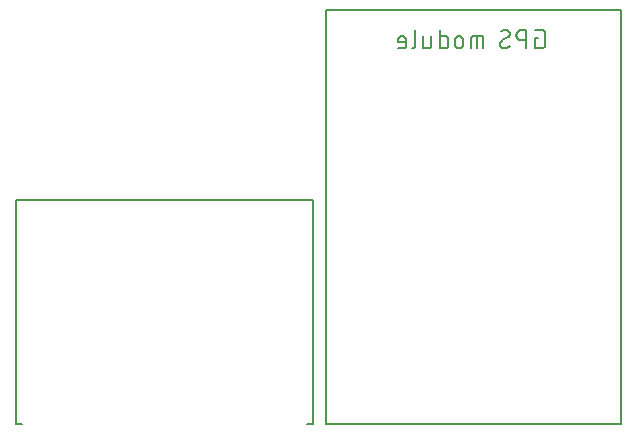
<source format=gbr>
G04 EAGLE Gerber RS-274X export*
G75*
%MOMM*%
%FSLAX34Y34*%
%LPD*%
%INSilkscreen Bottom*%
%IPPOS*%
%AMOC8*
5,1,8,0,0,1.08239X$1,22.5*%
G01*
%ADD10C,0.127000*%


D10*
X341674Y88822D02*
X336594Y88822D01*
X336594Y278052D01*
X582974Y88822D02*
X588054Y88822D01*
X588054Y278052D01*
X336594Y278052D01*
X599056Y88672D02*
X849056Y88672D01*
X599056Y88672D02*
X599056Y438672D01*
X849056Y438672D01*
X849056Y88672D01*
X778896Y415415D02*
X776313Y415415D01*
X776313Y406807D01*
X781478Y406807D01*
X781593Y406809D01*
X781708Y406815D01*
X781823Y406824D01*
X781937Y406838D01*
X782051Y406855D01*
X782164Y406876D01*
X782276Y406901D01*
X782388Y406929D01*
X782498Y406962D01*
X782607Y406998D01*
X782715Y407037D01*
X782822Y407080D01*
X782927Y407127D01*
X783031Y407177D01*
X783133Y407231D01*
X783233Y407288D01*
X783331Y407348D01*
X783427Y407411D01*
X783520Y407478D01*
X783612Y407548D01*
X783701Y407621D01*
X783788Y407697D01*
X783872Y407775D01*
X783953Y407856D01*
X784032Y407941D01*
X784107Y408027D01*
X784180Y408116D01*
X784250Y408208D01*
X784317Y408301D01*
X784380Y408397D01*
X784440Y408495D01*
X784497Y408595D01*
X784551Y408697D01*
X784601Y408801D01*
X784648Y408906D01*
X784691Y409013D01*
X784731Y409121D01*
X784766Y409230D01*
X784799Y409340D01*
X784827Y409452D01*
X784852Y409564D01*
X784873Y409677D01*
X784890Y409791D01*
X784904Y409905D01*
X784913Y410020D01*
X784919Y410135D01*
X784921Y410250D01*
X784921Y418858D01*
X784919Y418973D01*
X784913Y419088D01*
X784904Y419203D01*
X784890Y419317D01*
X784873Y419431D01*
X784852Y419544D01*
X784827Y419656D01*
X784799Y419768D01*
X784766Y419878D01*
X784731Y419987D01*
X784691Y420095D01*
X784648Y420202D01*
X784601Y420307D01*
X784551Y420411D01*
X784497Y420513D01*
X784440Y420613D01*
X784380Y420711D01*
X784317Y420807D01*
X784250Y420900D01*
X784180Y420992D01*
X784107Y421081D01*
X784032Y421167D01*
X783953Y421252D01*
X783872Y421333D01*
X783788Y421411D01*
X783701Y421487D01*
X783612Y421560D01*
X783520Y421630D01*
X783427Y421697D01*
X783331Y421760D01*
X783233Y421820D01*
X783133Y421877D01*
X783031Y421931D01*
X782927Y421981D01*
X782822Y422028D01*
X782715Y422071D01*
X782607Y422110D01*
X782498Y422146D01*
X782388Y422179D01*
X782276Y422207D01*
X782164Y422232D01*
X782051Y422253D01*
X781937Y422270D01*
X781823Y422284D01*
X781708Y422293D01*
X781593Y422299D01*
X781478Y422301D01*
X776313Y422301D01*
X768867Y422301D02*
X768867Y406807D01*
X768867Y422301D02*
X764563Y422301D01*
X764433Y422299D01*
X764303Y422293D01*
X764173Y422283D01*
X764044Y422270D01*
X763915Y422252D01*
X763787Y422231D01*
X763660Y422205D01*
X763533Y422176D01*
X763407Y422143D01*
X763283Y422106D01*
X763159Y422066D01*
X763037Y422021D01*
X762916Y421973D01*
X762797Y421922D01*
X762679Y421867D01*
X762563Y421808D01*
X762449Y421746D01*
X762336Y421680D01*
X762226Y421611D01*
X762118Y421539D01*
X762012Y421464D01*
X761909Y421385D01*
X761808Y421303D01*
X761709Y421219D01*
X761613Y421131D01*
X761520Y421040D01*
X761429Y420947D01*
X761341Y420851D01*
X761257Y420752D01*
X761175Y420651D01*
X761096Y420548D01*
X761021Y420442D01*
X760949Y420334D01*
X760880Y420224D01*
X760814Y420111D01*
X760752Y419997D01*
X760693Y419881D01*
X760638Y419763D01*
X760587Y419644D01*
X760539Y419523D01*
X760494Y419401D01*
X760454Y419277D01*
X760417Y419153D01*
X760384Y419027D01*
X760355Y418900D01*
X760329Y418773D01*
X760308Y418645D01*
X760290Y418516D01*
X760277Y418387D01*
X760267Y418257D01*
X760261Y418127D01*
X760259Y417997D01*
X760261Y417867D01*
X760267Y417737D01*
X760277Y417607D01*
X760290Y417478D01*
X760308Y417349D01*
X760329Y417221D01*
X760355Y417094D01*
X760384Y416967D01*
X760417Y416841D01*
X760454Y416717D01*
X760494Y416593D01*
X760539Y416471D01*
X760587Y416350D01*
X760638Y416231D01*
X760693Y416113D01*
X760752Y415997D01*
X760814Y415883D01*
X760880Y415770D01*
X760949Y415660D01*
X761021Y415552D01*
X761096Y415446D01*
X761175Y415343D01*
X761257Y415242D01*
X761341Y415143D01*
X761429Y415047D01*
X761520Y414954D01*
X761613Y414863D01*
X761709Y414775D01*
X761808Y414691D01*
X761909Y414609D01*
X762012Y414530D01*
X762118Y414455D01*
X762226Y414383D01*
X762336Y414314D01*
X762449Y414248D01*
X762563Y414186D01*
X762679Y414127D01*
X762797Y414072D01*
X762916Y414021D01*
X763037Y413973D01*
X763159Y413928D01*
X763283Y413888D01*
X763407Y413851D01*
X763533Y413818D01*
X763660Y413789D01*
X763787Y413763D01*
X763915Y413742D01*
X764044Y413724D01*
X764173Y413711D01*
X764303Y413701D01*
X764433Y413695D01*
X764563Y413693D01*
X768867Y413693D01*
X750025Y406807D02*
X749910Y406809D01*
X749795Y406815D01*
X749680Y406824D01*
X749566Y406838D01*
X749452Y406855D01*
X749339Y406876D01*
X749227Y406901D01*
X749115Y406929D01*
X749005Y406962D01*
X748896Y406998D01*
X748788Y407037D01*
X748681Y407080D01*
X748576Y407127D01*
X748472Y407177D01*
X748370Y407231D01*
X748270Y407288D01*
X748172Y407348D01*
X748076Y407411D01*
X747983Y407478D01*
X747891Y407548D01*
X747802Y407621D01*
X747715Y407696D01*
X747631Y407775D01*
X747550Y407856D01*
X747471Y407940D01*
X747396Y408027D01*
X747323Y408116D01*
X747253Y408208D01*
X747186Y408301D01*
X747123Y408397D01*
X747063Y408495D01*
X747006Y408595D01*
X746952Y408697D01*
X746902Y408801D01*
X746855Y408906D01*
X746812Y409013D01*
X746773Y409121D01*
X746737Y409230D01*
X746704Y409340D01*
X746676Y409452D01*
X746651Y409564D01*
X746630Y409677D01*
X746613Y409791D01*
X746599Y409905D01*
X746590Y410020D01*
X746584Y410135D01*
X746582Y410250D01*
X750025Y406807D02*
X750199Y406809D01*
X750373Y406815D01*
X750547Y406826D01*
X750720Y406840D01*
X750893Y406859D01*
X751066Y406882D01*
X751238Y406909D01*
X751409Y406940D01*
X751579Y406975D01*
X751749Y407014D01*
X751917Y407057D01*
X752085Y407105D01*
X752251Y407156D01*
X752416Y407211D01*
X752580Y407270D01*
X752742Y407334D01*
X752903Y407400D01*
X753062Y407471D01*
X753219Y407546D01*
X753375Y407624D01*
X753528Y407706D01*
X753680Y407792D01*
X753829Y407881D01*
X753976Y407974D01*
X754121Y408070D01*
X754264Y408170D01*
X754404Y408273D01*
X754542Y408379D01*
X754677Y408489D01*
X754809Y408602D01*
X754939Y408718D01*
X755066Y408837D01*
X755190Y408959D01*
X754759Y418858D02*
X754757Y418973D01*
X754751Y419088D01*
X754742Y419203D01*
X754728Y419317D01*
X754711Y419431D01*
X754690Y419544D01*
X754665Y419656D01*
X754637Y419768D01*
X754604Y419878D01*
X754568Y419987D01*
X754529Y420095D01*
X754486Y420202D01*
X754439Y420307D01*
X754389Y420411D01*
X754335Y420513D01*
X754278Y420613D01*
X754218Y420711D01*
X754155Y420807D01*
X754088Y420900D01*
X754018Y420992D01*
X753945Y421081D01*
X753870Y421168D01*
X753791Y421252D01*
X753710Y421333D01*
X753626Y421412D01*
X753539Y421487D01*
X753450Y421560D01*
X753358Y421630D01*
X753265Y421697D01*
X753169Y421760D01*
X753071Y421820D01*
X752971Y421877D01*
X752869Y421931D01*
X752765Y421981D01*
X752660Y422028D01*
X752553Y422071D01*
X752445Y422110D01*
X752336Y422146D01*
X752226Y422179D01*
X752114Y422207D01*
X752002Y422232D01*
X751889Y422253D01*
X751775Y422270D01*
X751661Y422284D01*
X751546Y422293D01*
X751431Y422299D01*
X751316Y422301D01*
X751156Y422299D01*
X750997Y422293D01*
X750837Y422283D01*
X750678Y422269D01*
X750519Y422252D01*
X750361Y422230D01*
X750203Y422204D01*
X750046Y422175D01*
X749890Y422141D01*
X749734Y422104D01*
X749580Y422063D01*
X749427Y422018D01*
X749274Y421970D01*
X749123Y421917D01*
X748974Y421861D01*
X748826Y421801D01*
X748679Y421738D01*
X748534Y421671D01*
X748391Y421600D01*
X748249Y421526D01*
X748109Y421448D01*
X747972Y421367D01*
X747836Y421283D01*
X747703Y421195D01*
X747571Y421104D01*
X747442Y421010D01*
X753037Y415845D02*
X753137Y415906D01*
X753235Y415971D01*
X753331Y416038D01*
X753424Y416109D01*
X753515Y416183D01*
X753603Y416260D01*
X753689Y416340D01*
X753772Y416423D01*
X753852Y416508D01*
X753929Y416596D01*
X754003Y416687D01*
X754074Y416780D01*
X754143Y416875D01*
X754207Y416973D01*
X754269Y417072D01*
X754327Y417174D01*
X754382Y417278D01*
X754433Y417383D01*
X754480Y417490D01*
X754524Y417599D01*
X754565Y417709D01*
X754601Y417820D01*
X754634Y417932D01*
X754663Y418046D01*
X754689Y418160D01*
X754710Y418275D01*
X754728Y418391D01*
X754741Y418507D01*
X754751Y418624D01*
X754757Y418741D01*
X754759Y418858D01*
X748304Y413263D02*
X748204Y413202D01*
X748106Y413137D01*
X748010Y413070D01*
X747917Y412999D01*
X747826Y412925D01*
X747738Y412848D01*
X747652Y412768D01*
X747569Y412685D01*
X747489Y412600D01*
X747412Y412512D01*
X747338Y412421D01*
X747267Y412328D01*
X747199Y412233D01*
X747134Y412135D01*
X747072Y412036D01*
X747014Y411934D01*
X746959Y411830D01*
X746908Y411725D01*
X746861Y411618D01*
X746817Y411509D01*
X746776Y411399D01*
X746740Y411288D01*
X746707Y411176D01*
X746678Y411062D01*
X746652Y410948D01*
X746631Y410833D01*
X746613Y410717D01*
X746600Y410601D01*
X746590Y410484D01*
X746584Y410367D01*
X746582Y410250D01*
X748303Y413263D02*
X753038Y415845D01*
X732265Y417136D02*
X732265Y406807D01*
X732265Y417136D02*
X724518Y417136D01*
X724419Y417134D01*
X724320Y417128D01*
X724222Y417119D01*
X724124Y417106D01*
X724026Y417089D01*
X723930Y417068D01*
X723834Y417044D01*
X723739Y417016D01*
X723645Y416984D01*
X723553Y416949D01*
X723462Y416910D01*
X723372Y416868D01*
X723285Y416822D01*
X723199Y416773D01*
X723115Y416721D01*
X723033Y416666D01*
X722953Y416607D01*
X722875Y416546D01*
X722800Y416482D01*
X722728Y416414D01*
X722658Y416344D01*
X722590Y416272D01*
X722526Y416197D01*
X722465Y416119D01*
X722406Y416039D01*
X722351Y415957D01*
X722299Y415873D01*
X722250Y415787D01*
X722204Y415700D01*
X722162Y415610D01*
X722123Y415519D01*
X722088Y415427D01*
X722056Y415333D01*
X722028Y415238D01*
X722004Y415142D01*
X721983Y415046D01*
X721966Y414948D01*
X721953Y414850D01*
X721944Y414752D01*
X721938Y414653D01*
X721936Y414554D01*
X721936Y406807D01*
X727100Y406807D02*
X727100Y417136D01*
X715182Y413693D02*
X715182Y410250D01*
X715182Y413693D02*
X715180Y413809D01*
X715174Y413925D01*
X715164Y414041D01*
X715151Y414157D01*
X715133Y414272D01*
X715112Y414386D01*
X715086Y414500D01*
X715057Y414612D01*
X715024Y414724D01*
X714987Y414834D01*
X714947Y414943D01*
X714903Y415051D01*
X714855Y415157D01*
X714804Y415261D01*
X714749Y415364D01*
X714691Y415465D01*
X714630Y415563D01*
X714565Y415660D01*
X714497Y415754D01*
X714426Y415846D01*
X714351Y415936D01*
X714274Y416023D01*
X714194Y416107D01*
X714111Y416188D01*
X714025Y416267D01*
X713937Y416343D01*
X713846Y416416D01*
X713753Y416485D01*
X713658Y416552D01*
X713560Y416615D01*
X713461Y416675D01*
X713359Y416731D01*
X713255Y416784D01*
X713150Y416834D01*
X713043Y416879D01*
X712935Y416922D01*
X712825Y416960D01*
X712714Y416995D01*
X712602Y417026D01*
X712489Y417053D01*
X712375Y417077D01*
X712260Y417096D01*
X712145Y417112D01*
X712029Y417124D01*
X711913Y417132D01*
X711797Y417136D01*
X711681Y417136D01*
X711565Y417132D01*
X711449Y417124D01*
X711333Y417112D01*
X711218Y417096D01*
X711103Y417077D01*
X710989Y417053D01*
X710876Y417026D01*
X710764Y416995D01*
X710653Y416960D01*
X710543Y416922D01*
X710435Y416879D01*
X710328Y416834D01*
X710223Y416784D01*
X710119Y416731D01*
X710018Y416675D01*
X709918Y416615D01*
X709820Y416552D01*
X709725Y416485D01*
X709632Y416416D01*
X709541Y416343D01*
X709453Y416267D01*
X709367Y416188D01*
X709284Y416107D01*
X709204Y416023D01*
X709127Y415936D01*
X709052Y415846D01*
X708981Y415754D01*
X708913Y415660D01*
X708848Y415563D01*
X708787Y415465D01*
X708729Y415364D01*
X708674Y415261D01*
X708623Y415157D01*
X708575Y415051D01*
X708531Y414943D01*
X708491Y414834D01*
X708454Y414724D01*
X708421Y414612D01*
X708392Y414500D01*
X708366Y414386D01*
X708345Y414272D01*
X708327Y414157D01*
X708314Y414041D01*
X708304Y413925D01*
X708298Y413809D01*
X708296Y413693D01*
X708296Y410250D01*
X708298Y410134D01*
X708304Y410018D01*
X708314Y409902D01*
X708327Y409786D01*
X708345Y409671D01*
X708366Y409557D01*
X708392Y409443D01*
X708421Y409331D01*
X708454Y409219D01*
X708491Y409109D01*
X708531Y409000D01*
X708575Y408892D01*
X708623Y408786D01*
X708674Y408682D01*
X708729Y408579D01*
X708787Y408478D01*
X708848Y408380D01*
X708913Y408283D01*
X708981Y408189D01*
X709052Y408097D01*
X709127Y408007D01*
X709204Y407920D01*
X709284Y407836D01*
X709367Y407755D01*
X709453Y407676D01*
X709541Y407600D01*
X709632Y407527D01*
X709725Y407458D01*
X709820Y407391D01*
X709918Y407328D01*
X710018Y407268D01*
X710119Y407212D01*
X710223Y407159D01*
X710328Y407109D01*
X710435Y407064D01*
X710543Y407021D01*
X710653Y406983D01*
X710764Y406948D01*
X710876Y406917D01*
X710989Y406890D01*
X711103Y406866D01*
X711218Y406847D01*
X711333Y406831D01*
X711449Y406819D01*
X711565Y406811D01*
X711681Y406807D01*
X711797Y406807D01*
X711913Y406811D01*
X712029Y406819D01*
X712145Y406831D01*
X712260Y406847D01*
X712375Y406866D01*
X712489Y406890D01*
X712602Y406917D01*
X712714Y406948D01*
X712825Y406983D01*
X712935Y407021D01*
X713043Y407064D01*
X713150Y407109D01*
X713255Y407159D01*
X713359Y407212D01*
X713461Y407268D01*
X713560Y407328D01*
X713658Y407391D01*
X713753Y407458D01*
X713846Y407527D01*
X713937Y407600D01*
X714025Y407676D01*
X714111Y407755D01*
X714194Y407836D01*
X714274Y407920D01*
X714351Y408007D01*
X714426Y408097D01*
X714497Y408189D01*
X714565Y408283D01*
X714630Y408380D01*
X714691Y408478D01*
X714749Y408579D01*
X714804Y408682D01*
X714855Y408786D01*
X714903Y408892D01*
X714947Y409000D01*
X714987Y409109D01*
X715024Y409219D01*
X715057Y409331D01*
X715086Y409443D01*
X715112Y409557D01*
X715133Y409671D01*
X715151Y409786D01*
X715164Y409902D01*
X715174Y410018D01*
X715180Y410134D01*
X715182Y410250D01*
X695481Y406807D02*
X695481Y422301D01*
X695481Y406807D02*
X699785Y406807D01*
X699884Y406809D01*
X699983Y406815D01*
X700081Y406824D01*
X700179Y406837D01*
X700277Y406854D01*
X700373Y406875D01*
X700469Y406899D01*
X700564Y406927D01*
X700658Y406959D01*
X700750Y406994D01*
X700841Y407033D01*
X700931Y407075D01*
X701018Y407121D01*
X701104Y407170D01*
X701188Y407222D01*
X701270Y407277D01*
X701350Y407336D01*
X701428Y407397D01*
X701503Y407461D01*
X701575Y407529D01*
X701645Y407599D01*
X701713Y407671D01*
X701777Y407746D01*
X701838Y407824D01*
X701897Y407904D01*
X701952Y407986D01*
X702004Y408070D01*
X702053Y408156D01*
X702099Y408243D01*
X702141Y408333D01*
X702180Y408424D01*
X702215Y408516D01*
X702247Y408610D01*
X702275Y408705D01*
X702299Y408801D01*
X702320Y408897D01*
X702337Y408995D01*
X702350Y409093D01*
X702359Y409191D01*
X702365Y409290D01*
X702367Y409389D01*
X702367Y414554D01*
X702365Y414653D01*
X702359Y414752D01*
X702350Y414850D01*
X702337Y414948D01*
X702320Y415046D01*
X702299Y415142D01*
X702275Y415238D01*
X702247Y415333D01*
X702215Y415427D01*
X702180Y415519D01*
X702141Y415610D01*
X702099Y415700D01*
X702053Y415787D01*
X702004Y415873D01*
X701952Y415957D01*
X701897Y416039D01*
X701838Y416119D01*
X701777Y416197D01*
X701713Y416272D01*
X701645Y416344D01*
X701575Y416414D01*
X701503Y416482D01*
X701428Y416546D01*
X701350Y416607D01*
X701270Y416666D01*
X701188Y416721D01*
X701104Y416773D01*
X701018Y416822D01*
X700931Y416868D01*
X700841Y416910D01*
X700750Y416949D01*
X700658Y416984D01*
X700564Y417016D01*
X700469Y417044D01*
X700373Y417068D01*
X700277Y417089D01*
X700179Y417106D01*
X700081Y417119D01*
X699983Y417128D01*
X699884Y417134D01*
X699785Y417136D01*
X695481Y417136D01*
X688424Y417136D02*
X688424Y409389D01*
X688423Y409389D02*
X688421Y409290D01*
X688415Y409191D01*
X688406Y409093D01*
X688393Y408995D01*
X688376Y408897D01*
X688355Y408801D01*
X688331Y408705D01*
X688303Y408610D01*
X688271Y408516D01*
X688236Y408424D01*
X688197Y408333D01*
X688155Y408243D01*
X688109Y408156D01*
X688060Y408070D01*
X688008Y407986D01*
X687953Y407904D01*
X687894Y407824D01*
X687833Y407746D01*
X687769Y407671D01*
X687701Y407599D01*
X687631Y407529D01*
X687559Y407461D01*
X687484Y407397D01*
X687406Y407336D01*
X687326Y407277D01*
X687244Y407222D01*
X687160Y407170D01*
X687074Y407121D01*
X686987Y407075D01*
X686897Y407033D01*
X686806Y406994D01*
X686714Y406959D01*
X686620Y406927D01*
X686525Y406899D01*
X686429Y406875D01*
X686333Y406854D01*
X686235Y406837D01*
X686137Y406824D01*
X686039Y406815D01*
X685940Y406809D01*
X685841Y406807D01*
X681538Y406807D01*
X681538Y417136D01*
X674816Y422301D02*
X674816Y409389D01*
X674815Y409389D02*
X674813Y409290D01*
X674807Y409191D01*
X674798Y409093D01*
X674785Y408995D01*
X674768Y408897D01*
X674747Y408801D01*
X674723Y408705D01*
X674695Y408610D01*
X674663Y408516D01*
X674628Y408424D01*
X674589Y408333D01*
X674547Y408243D01*
X674501Y408156D01*
X674452Y408070D01*
X674400Y407986D01*
X674345Y407904D01*
X674286Y407824D01*
X674225Y407746D01*
X674161Y407671D01*
X674093Y407599D01*
X674023Y407529D01*
X673951Y407461D01*
X673876Y407397D01*
X673798Y407336D01*
X673718Y407277D01*
X673636Y407222D01*
X673552Y407170D01*
X673466Y407121D01*
X673379Y407075D01*
X673289Y407033D01*
X673198Y406994D01*
X673106Y406959D01*
X673012Y406927D01*
X672917Y406899D01*
X672821Y406875D01*
X672725Y406854D01*
X672627Y406837D01*
X672529Y406824D01*
X672431Y406815D01*
X672332Y406809D01*
X672233Y406807D01*
X664534Y406807D02*
X660230Y406807D01*
X664534Y406807D02*
X664633Y406809D01*
X664732Y406815D01*
X664830Y406824D01*
X664928Y406837D01*
X665026Y406854D01*
X665122Y406875D01*
X665218Y406899D01*
X665313Y406927D01*
X665407Y406959D01*
X665499Y406994D01*
X665590Y407033D01*
X665680Y407075D01*
X665767Y407121D01*
X665853Y407170D01*
X665937Y407222D01*
X666019Y407277D01*
X666099Y407336D01*
X666177Y407397D01*
X666252Y407461D01*
X666324Y407529D01*
X666394Y407599D01*
X666462Y407671D01*
X666526Y407746D01*
X666587Y407824D01*
X666646Y407904D01*
X666701Y407986D01*
X666753Y408070D01*
X666802Y408156D01*
X666848Y408243D01*
X666890Y408333D01*
X666929Y408424D01*
X666964Y408516D01*
X666996Y408610D01*
X667024Y408705D01*
X667048Y408801D01*
X667069Y408897D01*
X667086Y408995D01*
X667099Y409093D01*
X667108Y409191D01*
X667114Y409290D01*
X667116Y409389D01*
X667116Y413693D01*
X667114Y413809D01*
X667108Y413925D01*
X667098Y414041D01*
X667085Y414157D01*
X667067Y414272D01*
X667046Y414386D01*
X667020Y414500D01*
X666991Y414612D01*
X666958Y414724D01*
X666921Y414834D01*
X666881Y414943D01*
X666837Y415051D01*
X666789Y415157D01*
X666738Y415261D01*
X666683Y415364D01*
X666625Y415465D01*
X666564Y415563D01*
X666499Y415660D01*
X666431Y415754D01*
X666360Y415846D01*
X666285Y415936D01*
X666208Y416023D01*
X666128Y416107D01*
X666045Y416188D01*
X665959Y416267D01*
X665871Y416343D01*
X665780Y416416D01*
X665687Y416485D01*
X665592Y416552D01*
X665494Y416615D01*
X665395Y416675D01*
X665293Y416731D01*
X665189Y416784D01*
X665084Y416834D01*
X664977Y416879D01*
X664869Y416922D01*
X664759Y416960D01*
X664648Y416995D01*
X664536Y417026D01*
X664423Y417053D01*
X664309Y417077D01*
X664194Y417096D01*
X664079Y417112D01*
X663963Y417124D01*
X663847Y417132D01*
X663731Y417136D01*
X663615Y417136D01*
X663499Y417132D01*
X663383Y417124D01*
X663267Y417112D01*
X663152Y417096D01*
X663037Y417077D01*
X662923Y417053D01*
X662810Y417026D01*
X662698Y416995D01*
X662587Y416960D01*
X662477Y416922D01*
X662369Y416879D01*
X662262Y416834D01*
X662157Y416784D01*
X662053Y416731D01*
X661952Y416675D01*
X661852Y416615D01*
X661754Y416552D01*
X661659Y416485D01*
X661566Y416416D01*
X661475Y416343D01*
X661387Y416267D01*
X661301Y416188D01*
X661218Y416107D01*
X661138Y416023D01*
X661061Y415936D01*
X660986Y415846D01*
X660915Y415754D01*
X660847Y415660D01*
X660782Y415563D01*
X660721Y415465D01*
X660663Y415364D01*
X660608Y415261D01*
X660557Y415157D01*
X660509Y415051D01*
X660465Y414943D01*
X660425Y414834D01*
X660388Y414724D01*
X660355Y414612D01*
X660326Y414500D01*
X660300Y414386D01*
X660279Y414272D01*
X660261Y414157D01*
X660248Y414041D01*
X660238Y413925D01*
X660232Y413809D01*
X660230Y413693D01*
X660230Y411972D01*
X667116Y411972D01*
M02*

</source>
